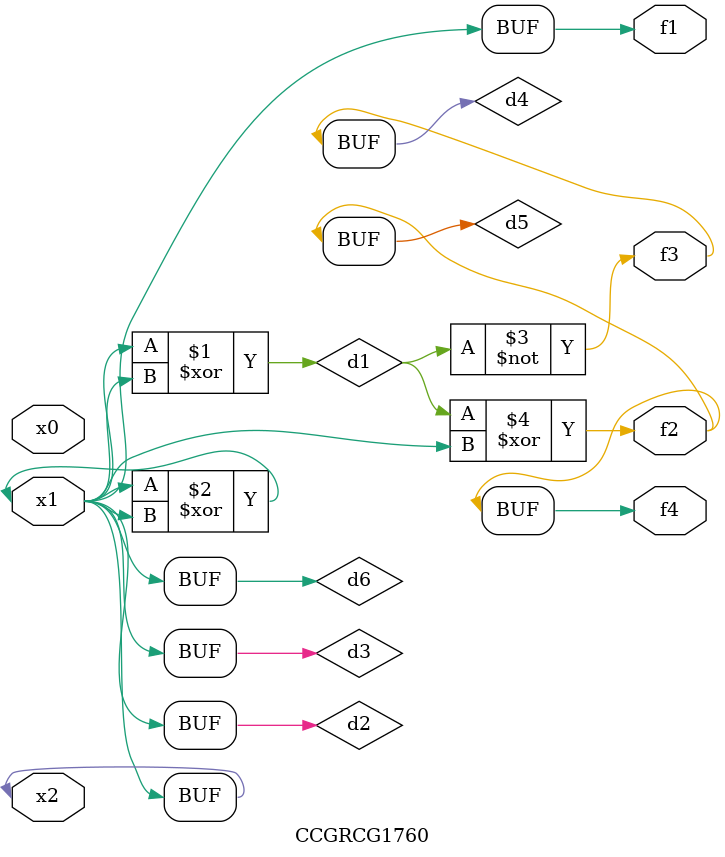
<source format=v>
module CCGRCG1760(
	input x0, x1, x2,
	output f1, f2, f3, f4
);

	wire d1, d2, d3, d4, d5, d6;

	xor (d1, x1, x2);
	buf (d2, x1, x2);
	xor (d3, x1, x2);
	nor (d4, d1);
	xor (d5, d1, d2);
	buf (d6, d2, d3);
	assign f1 = d6;
	assign f2 = d5;
	assign f3 = d4;
	assign f4 = d5;
endmodule

</source>
